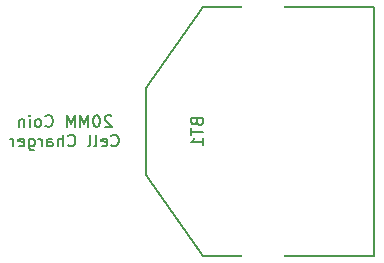
<source format=gbo>
G04 #@! TF.GenerationSoftware,KiCad,Pcbnew,(2017-01-24 revision 0b6147e)-makepkg*
G04 #@! TF.CreationDate,2017-09-23T14:32:10-07:00*
G04 #@! TF.ProjectId,LIR2032Charger,4C495232303332436861726765722E6B,rev?*
G04 #@! TF.FileFunction,Legend,Bot*
G04 #@! TF.FilePolarity,Positive*
%FSLAX46Y46*%
G04 Gerber Fmt 4.6, Leading zero omitted, Abs format (unit mm)*
G04 Created by KiCad (PCBNEW (2017-01-24 revision 0b6147e)-makepkg) date 09/23/17 14:32:10*
%MOMM*%
%LPD*%
G01*
G04 APERTURE LIST*
%ADD10C,0.100000*%
%ADD11C,0.150000*%
%ADD12R,4.360000X4.360000*%
%ADD13C,3.500000*%
G04 APERTURE END LIST*
D10*
D11*
X113568571Y-94122619D02*
X113520952Y-94075000D01*
X113425714Y-94027380D01*
X113187619Y-94027380D01*
X113092380Y-94075000D01*
X113044761Y-94122619D01*
X112997142Y-94217857D01*
X112997142Y-94313095D01*
X113044761Y-94455952D01*
X113616190Y-95027380D01*
X112997142Y-95027380D01*
X112378095Y-94027380D02*
X112282857Y-94027380D01*
X112187619Y-94075000D01*
X112140000Y-94122619D01*
X112092380Y-94217857D01*
X112044761Y-94408333D01*
X112044761Y-94646428D01*
X112092380Y-94836904D01*
X112140000Y-94932142D01*
X112187619Y-94979761D01*
X112282857Y-95027380D01*
X112378095Y-95027380D01*
X112473333Y-94979761D01*
X112520952Y-94932142D01*
X112568571Y-94836904D01*
X112616190Y-94646428D01*
X112616190Y-94408333D01*
X112568571Y-94217857D01*
X112520952Y-94122619D01*
X112473333Y-94075000D01*
X112378095Y-94027380D01*
X111616190Y-95027380D02*
X111616190Y-94027380D01*
X111282857Y-94741666D01*
X110949523Y-94027380D01*
X110949523Y-95027380D01*
X110473333Y-95027380D02*
X110473333Y-94027380D01*
X110140000Y-94741666D01*
X109806666Y-94027380D01*
X109806666Y-95027380D01*
X107997142Y-94932142D02*
X108044761Y-94979761D01*
X108187619Y-95027380D01*
X108282857Y-95027380D01*
X108425714Y-94979761D01*
X108520952Y-94884523D01*
X108568571Y-94789285D01*
X108616190Y-94598809D01*
X108616190Y-94455952D01*
X108568571Y-94265476D01*
X108520952Y-94170238D01*
X108425714Y-94075000D01*
X108282857Y-94027380D01*
X108187619Y-94027380D01*
X108044761Y-94075000D01*
X107997142Y-94122619D01*
X107425714Y-95027380D02*
X107520952Y-94979761D01*
X107568571Y-94932142D01*
X107616190Y-94836904D01*
X107616190Y-94551190D01*
X107568571Y-94455952D01*
X107520952Y-94408333D01*
X107425714Y-94360714D01*
X107282857Y-94360714D01*
X107187619Y-94408333D01*
X107140000Y-94455952D01*
X107092380Y-94551190D01*
X107092380Y-94836904D01*
X107140000Y-94932142D01*
X107187619Y-94979761D01*
X107282857Y-95027380D01*
X107425714Y-95027380D01*
X106663809Y-95027380D02*
X106663809Y-94360714D01*
X106663809Y-94027380D02*
X106711428Y-94075000D01*
X106663809Y-94122619D01*
X106616190Y-94075000D01*
X106663809Y-94027380D01*
X106663809Y-94122619D01*
X106187619Y-94360714D02*
X106187619Y-95027380D01*
X106187619Y-94455952D02*
X106140000Y-94408333D01*
X106044761Y-94360714D01*
X105901904Y-94360714D01*
X105806666Y-94408333D01*
X105759047Y-94503571D01*
X105759047Y-95027380D01*
X113568571Y-96582142D02*
X113616190Y-96629761D01*
X113759047Y-96677380D01*
X113854285Y-96677380D01*
X113997142Y-96629761D01*
X114092380Y-96534523D01*
X114140000Y-96439285D01*
X114187619Y-96248809D01*
X114187619Y-96105952D01*
X114140000Y-95915476D01*
X114092380Y-95820238D01*
X113997142Y-95725000D01*
X113854285Y-95677380D01*
X113759047Y-95677380D01*
X113616190Y-95725000D01*
X113568571Y-95772619D01*
X112759047Y-96629761D02*
X112854285Y-96677380D01*
X113044761Y-96677380D01*
X113140000Y-96629761D01*
X113187619Y-96534523D01*
X113187619Y-96153571D01*
X113140000Y-96058333D01*
X113044761Y-96010714D01*
X112854285Y-96010714D01*
X112759047Y-96058333D01*
X112711428Y-96153571D01*
X112711428Y-96248809D01*
X113187619Y-96344047D01*
X112140000Y-96677380D02*
X112235238Y-96629761D01*
X112282857Y-96534523D01*
X112282857Y-95677380D01*
X111616190Y-96677380D02*
X111711428Y-96629761D01*
X111759047Y-96534523D01*
X111759047Y-95677380D01*
X109901904Y-96582142D02*
X109949523Y-96629761D01*
X110092380Y-96677380D01*
X110187619Y-96677380D01*
X110330476Y-96629761D01*
X110425714Y-96534523D01*
X110473333Y-96439285D01*
X110520952Y-96248809D01*
X110520952Y-96105952D01*
X110473333Y-95915476D01*
X110425714Y-95820238D01*
X110330476Y-95725000D01*
X110187619Y-95677380D01*
X110092380Y-95677380D01*
X109949523Y-95725000D01*
X109901904Y-95772619D01*
X109473333Y-96677380D02*
X109473333Y-95677380D01*
X109044761Y-96677380D02*
X109044761Y-96153571D01*
X109092380Y-96058333D01*
X109187619Y-96010714D01*
X109330476Y-96010714D01*
X109425714Y-96058333D01*
X109473333Y-96105952D01*
X108140000Y-96677380D02*
X108140000Y-96153571D01*
X108187619Y-96058333D01*
X108282857Y-96010714D01*
X108473333Y-96010714D01*
X108568571Y-96058333D01*
X108140000Y-96629761D02*
X108235238Y-96677380D01*
X108473333Y-96677380D01*
X108568571Y-96629761D01*
X108616190Y-96534523D01*
X108616190Y-96439285D01*
X108568571Y-96344047D01*
X108473333Y-96296428D01*
X108235238Y-96296428D01*
X108140000Y-96248809D01*
X107663809Y-96677380D02*
X107663809Y-96010714D01*
X107663809Y-96201190D02*
X107616190Y-96105952D01*
X107568571Y-96058333D01*
X107473333Y-96010714D01*
X107378095Y-96010714D01*
X106616190Y-96010714D02*
X106616190Y-96820238D01*
X106663809Y-96915476D01*
X106711428Y-96963095D01*
X106806666Y-97010714D01*
X106949523Y-97010714D01*
X107044761Y-96963095D01*
X106616190Y-96629761D02*
X106711428Y-96677380D01*
X106901904Y-96677380D01*
X106997142Y-96629761D01*
X107044761Y-96582142D01*
X107092380Y-96486904D01*
X107092380Y-96201190D01*
X107044761Y-96105952D01*
X106997142Y-96058333D01*
X106901904Y-96010714D01*
X106711428Y-96010714D01*
X106616190Y-96058333D01*
X105759047Y-96629761D02*
X105854285Y-96677380D01*
X106044761Y-96677380D01*
X106140000Y-96629761D01*
X106187619Y-96534523D01*
X106187619Y-96153571D01*
X106140000Y-96058333D01*
X106044761Y-96010714D01*
X105854285Y-96010714D01*
X105759047Y-96058333D01*
X105711428Y-96153571D01*
X105711428Y-96248809D01*
X106187619Y-96344047D01*
X105282857Y-96677380D02*
X105282857Y-96010714D01*
X105282857Y-96201190D02*
X105235238Y-96105952D01*
X105187619Y-96058333D01*
X105092380Y-96010714D01*
X104997142Y-96010714D01*
X135848000Y-84859000D02*
X126450000Y-84859000D01*
X135848000Y-105941000D02*
X135848000Y-84859000D01*
X126450000Y-105941000D02*
X135848000Y-105941000D01*
X126450000Y-84859000D02*
X121370000Y-84859000D01*
X116544000Y-91717000D02*
X116544000Y-95400000D01*
X116544000Y-95400000D02*
X116544000Y-99083000D01*
X116544000Y-91717000D02*
X121370000Y-84859000D01*
X121370000Y-105941000D02*
X116544000Y-99083000D01*
X126450000Y-105941000D02*
X121370000Y-105941000D01*
X120790571Y-94614285D02*
X120838190Y-94757142D01*
X120885809Y-94804761D01*
X120981047Y-94852380D01*
X121123904Y-94852380D01*
X121219142Y-94804761D01*
X121266761Y-94757142D01*
X121314380Y-94661904D01*
X121314380Y-94280952D01*
X120314380Y-94280952D01*
X120314380Y-94614285D01*
X120362000Y-94709523D01*
X120409619Y-94757142D01*
X120504857Y-94804761D01*
X120600095Y-94804761D01*
X120695333Y-94757142D01*
X120742952Y-94709523D01*
X120790571Y-94614285D01*
X120790571Y-94280952D01*
X120314380Y-95138095D02*
X120314380Y-95709523D01*
X121314380Y-95423809D02*
X120314380Y-95423809D01*
X121314380Y-96566666D02*
X121314380Y-95995238D01*
X121314380Y-96280952D02*
X120314380Y-96280952D01*
X120457238Y-96185714D01*
X120552476Y-96090476D01*
X120600095Y-95995238D01*
%LPC*%
D12*
X126450000Y-95400000D03*
D13*
X126450000Y-84845000D03*
X126450000Y-105955000D03*
M02*

</source>
